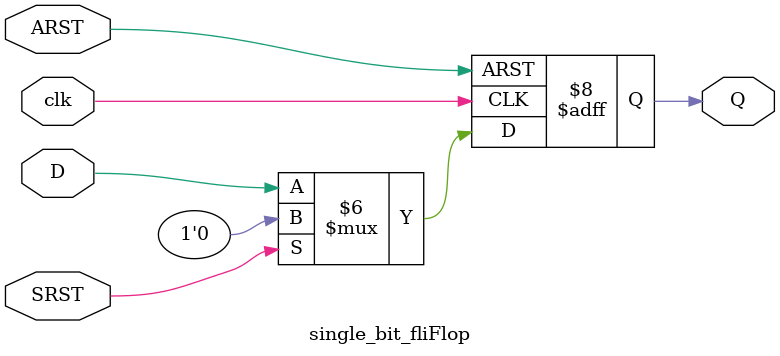
<source format=sv>
`timescale 1ns / 1ps



module single_bit_fliFlop(
    input logic D,clk,SRST,ARST,
    output logic Q
    );
    
    always_ff @(posedge clk or posedge ARST)
    begin 
	//if aync is turned on
        if(ARST ==1)
        begin
            Q<=0;
        end
		//if clock is high
        else if(clk==1)
        begin
            if(SRST==1)
            begin
                Q<=0;
            end
            else
			//original value
            begin
                Q<=D;
            end
        end
		//original value when none of the above states are true
        else
        begin
            Q<=D;
        end
    end
endmodule

</source>
